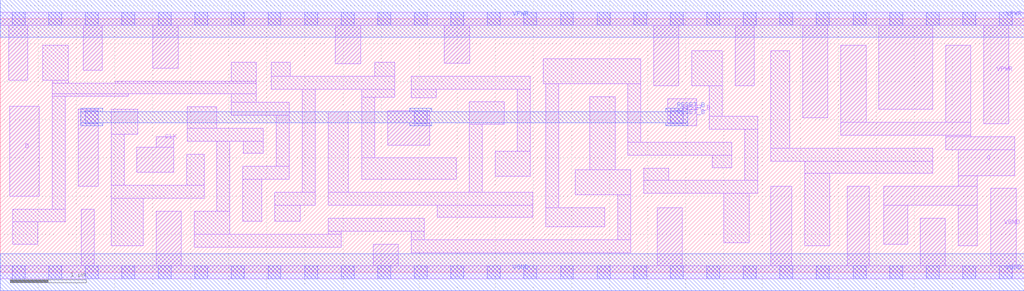
<source format=lef>
# Copyright 2020 The SkyWater PDK Authors
#
# Licensed under the Apache License, Version 2.0 (the "License");
# you may not use this file except in compliance with the License.
# You may obtain a copy of the License at
#
#     https://www.apache.org/licenses/LICENSE-2.0
#
# Unless required by applicable law or agreed to in writing, software
# distributed under the License is distributed on an "AS IS" BASIS,
# WITHOUT WARRANTIES OR CONDITIONS OF ANY KIND, either express or implied.
# See the License for the specific language governing permissions and
# limitations under the License.
#
# SPDX-License-Identifier: Apache-2.0

VERSION 5.7 ;
  NAMESCASESENSITIVE ON ;
  NOWIREEXTENSIONATPIN ON ;
  DIVIDERCHAR "/" ;
  BUSBITCHARS "[]" ;
UNITS
  DATABASE MICRONS 200 ;
END UNITS
MACRO sky130_fd_sc_hs__dfrtp_4
  CLASS CORE ;
  SOURCE USER ;
  FOREIGN sky130_fd_sc_hs__dfrtp_4 ;
  ORIGIN  0.000000  0.000000 ;
  SIZE  13.44000 BY  3.330000 ;
  SYMMETRY X Y R90 ;
  SITE unit ;
  PIN D
    ANTENNAGATEAREA  0.126000 ;
    DIRECTION INPUT ;
    USE SIGNAL ;
    PORT
      LAYER li1 ;
        RECT 0.125000 1.000000 0.515000 2.180000 ;
    END
  END D
  PIN Q
    ANTENNADIFFAREA  1.207100 ;
    DIRECTION OUTPUT ;
    USE SIGNAL ;
    PORT
      LAYER li1 ;
        RECT 11.035000 1.800000 12.740000 1.970000 ;
        RECT 11.035000 1.970000 11.365000 2.980000 ;
        RECT 11.595000 0.365000 11.910000 0.880000 ;
        RECT 11.595000 0.880000 12.825000 1.130000 ;
        RECT 12.410000 1.610000 13.315000 1.780000 ;
        RECT 12.410000 1.780000 12.740000 1.800000 ;
        RECT 12.410000 1.970000 12.740000 2.980000 ;
        RECT 12.575000 0.350000 12.825000 0.880000 ;
        RECT 12.575000 1.130000 12.825000 1.270000 ;
        RECT 12.575000 1.270000 13.315000 1.610000 ;
    END
  END Q
  PIN RESET_B
    ANTENNAGATEAREA  0.378000 ;
    DIRECTION INPUT ;
    USE SIGNAL ;
    PORT
      LAYER li1 ;
        RECT 1.025000 1.130000 1.285000 2.140000 ;
        RECT 5.085000 1.670000 5.635000 2.120000 ;
        RECT 8.765000 1.920000 9.140000 2.275000 ;
      LAYER mcon ;
        RECT 1.115000 1.950000 1.285000 2.120000 ;
        RECT 5.435000 1.950000 5.605000 2.120000 ;
        RECT 8.795000 1.950000 8.965000 2.120000 ;
      LAYER met1 ;
        RECT 1.055000 1.920000 1.345000 1.965000 ;
        RECT 1.055000 1.965000 9.025000 2.105000 ;
        RECT 1.055000 2.105000 1.345000 2.150000 ;
        RECT 5.375000 1.920000 5.665000 1.965000 ;
        RECT 5.375000 2.105000 5.665000 2.150000 ;
        RECT 8.735000 1.920000 9.025000 1.965000 ;
        RECT 8.735000 2.105000 9.025000 2.150000 ;
    END
  END RESET_B
  PIN CLK
    ANTENNAGATEAREA  0.279000 ;
    DIRECTION INPUT ;
    USE CLOCK ;
    PORT
      LAYER li1 ;
        RECT 1.795000 1.310000 2.275000 1.640000 ;
        RECT 2.045000 1.640000 2.275000 1.780000 ;
    END
  END CLK
  PIN VGND
    DIRECTION INOUT ;
    USE GROUND ;
    PORT
      LAYER li1 ;
        RECT  0.000000 -0.085000 13.440000 0.085000 ;
        RECT  1.065000  0.085000  1.235000 0.830000 ;
        RECT  2.045000  0.085000  2.375000 0.800000 ;
        RECT  4.895000  0.085000  5.225000 0.370000 ;
        RECT  8.625000  0.085000  8.955000 0.845000 ;
        RECT 10.115000  0.085000 10.390000 1.130000 ;
        RECT 11.120000  0.085000 11.410000 1.130000 ;
        RECT 12.080000  0.085000 12.405000 0.710000 ;
        RECT 13.005000  0.085000 13.335000 1.100000 ;
      LAYER mcon ;
        RECT  0.155000 -0.085000  0.325000 0.085000 ;
        RECT  0.635000 -0.085000  0.805000 0.085000 ;
        RECT  1.115000 -0.085000  1.285000 0.085000 ;
        RECT  1.595000 -0.085000  1.765000 0.085000 ;
        RECT  2.075000 -0.085000  2.245000 0.085000 ;
        RECT  2.555000 -0.085000  2.725000 0.085000 ;
        RECT  3.035000 -0.085000  3.205000 0.085000 ;
        RECT  3.515000 -0.085000  3.685000 0.085000 ;
        RECT  3.995000 -0.085000  4.165000 0.085000 ;
        RECT  4.475000 -0.085000  4.645000 0.085000 ;
        RECT  4.955000 -0.085000  5.125000 0.085000 ;
        RECT  5.435000 -0.085000  5.605000 0.085000 ;
        RECT  5.915000 -0.085000  6.085000 0.085000 ;
        RECT  6.395000 -0.085000  6.565000 0.085000 ;
        RECT  6.875000 -0.085000  7.045000 0.085000 ;
        RECT  7.355000 -0.085000  7.525000 0.085000 ;
        RECT  7.835000 -0.085000  8.005000 0.085000 ;
        RECT  8.315000 -0.085000  8.485000 0.085000 ;
        RECT  8.795000 -0.085000  8.965000 0.085000 ;
        RECT  9.275000 -0.085000  9.445000 0.085000 ;
        RECT  9.755000 -0.085000  9.925000 0.085000 ;
        RECT 10.235000 -0.085000 10.405000 0.085000 ;
        RECT 10.715000 -0.085000 10.885000 0.085000 ;
        RECT 11.195000 -0.085000 11.365000 0.085000 ;
        RECT 11.675000 -0.085000 11.845000 0.085000 ;
        RECT 12.155000 -0.085000 12.325000 0.085000 ;
        RECT 12.635000 -0.085000 12.805000 0.085000 ;
        RECT 13.115000 -0.085000 13.285000 0.085000 ;
      LAYER met1 ;
        RECT 0.000000 -0.245000 13.440000 0.245000 ;
    END
  END VGND
  PIN VPWR
    DIRECTION INOUT ;
    USE POWER ;
    PORT
      LAYER li1 ;
        RECT  0.000000 3.245000 13.440000 3.415000 ;
        RECT  0.110000 2.520000  0.360000 3.245000 ;
        RECT  1.090000 2.650000  1.340000 3.245000 ;
        RECT  2.005000 2.680000  2.335000 3.245000 ;
        RECT  4.400000 2.740000  4.730000 3.245000 ;
        RECT  5.830000 2.745000  6.165000 3.245000 ;
        RECT  8.580000 2.445000  8.910000 3.245000 ;
        RECT  9.650000 2.445000  9.900000 3.245000 ;
        RECT 10.535000 2.025000 10.865000 3.245000 ;
        RECT 11.535000 2.140000 12.240000 3.245000 ;
        RECT 12.910000 1.950000 13.240000 3.245000 ;
      LAYER mcon ;
        RECT  0.155000 3.245000  0.325000 3.415000 ;
        RECT  0.635000 3.245000  0.805000 3.415000 ;
        RECT  1.115000 3.245000  1.285000 3.415000 ;
        RECT  1.595000 3.245000  1.765000 3.415000 ;
        RECT  2.075000 3.245000  2.245000 3.415000 ;
        RECT  2.555000 3.245000  2.725000 3.415000 ;
        RECT  3.035000 3.245000  3.205000 3.415000 ;
        RECT  3.515000 3.245000  3.685000 3.415000 ;
        RECT  3.995000 3.245000  4.165000 3.415000 ;
        RECT  4.475000 3.245000  4.645000 3.415000 ;
        RECT  4.955000 3.245000  5.125000 3.415000 ;
        RECT  5.435000 3.245000  5.605000 3.415000 ;
        RECT  5.915000 3.245000  6.085000 3.415000 ;
        RECT  6.395000 3.245000  6.565000 3.415000 ;
        RECT  6.875000 3.245000  7.045000 3.415000 ;
        RECT  7.355000 3.245000  7.525000 3.415000 ;
        RECT  7.835000 3.245000  8.005000 3.415000 ;
        RECT  8.315000 3.245000  8.485000 3.415000 ;
        RECT  8.795000 3.245000  8.965000 3.415000 ;
        RECT  9.275000 3.245000  9.445000 3.415000 ;
        RECT  9.755000 3.245000  9.925000 3.415000 ;
        RECT 10.235000 3.245000 10.405000 3.415000 ;
        RECT 10.715000 3.245000 10.885000 3.415000 ;
        RECT 11.195000 3.245000 11.365000 3.415000 ;
        RECT 11.675000 3.245000 11.845000 3.415000 ;
        RECT 12.155000 3.245000 12.325000 3.415000 ;
        RECT 12.635000 3.245000 12.805000 3.415000 ;
        RECT 13.115000 3.245000 13.285000 3.415000 ;
      LAYER met1 ;
        RECT 0.000000 3.085000 13.440000 3.575000 ;
    END
  END VPWR
  OBS
    LAYER li1 ;
      RECT  0.165000 0.370000  0.495000 0.660000 ;
      RECT  0.165000 0.660000  0.855000 0.830000 ;
      RECT  0.560000 2.520000  0.890000 2.980000 ;
      RECT  0.685000 0.830000  0.855000 2.310000 ;
      RECT  0.685000 2.310000  1.680000 2.340000 ;
      RECT  0.685000 2.340000  3.360000 2.480000 ;
      RECT  0.685000 2.480000  0.890000 2.520000 ;
      RECT  1.455000 0.350000  1.875000 0.970000 ;
      RECT  1.455000 0.970000  2.675000 1.140000 ;
      RECT  1.455000 1.140000  1.625000 1.810000 ;
      RECT  1.455000 1.810000  1.805000 2.140000 ;
      RECT  1.510000 2.480000  3.360000 2.510000 ;
      RECT  2.445000 1.140000  2.675000 1.550000 ;
      RECT  2.455000 1.720000  3.455000 1.890000 ;
      RECT  2.455000 1.890000  2.845000 2.170000 ;
      RECT  2.545000 0.330000  4.475000 0.500000 ;
      RECT  2.545000 0.500000  3.015000 0.800000 ;
      RECT  2.845000 0.800000  3.015000 1.720000 ;
      RECT  3.030000 2.060000  3.795000 2.230000 ;
      RECT  3.030000 2.230000  3.360000 2.340000 ;
      RECT  3.030000 2.510000  3.360000 2.755000 ;
      RECT  3.185000 0.670000  3.435000 1.220000 ;
      RECT  3.185000 1.220000  3.795000 1.390000 ;
      RECT  3.190000 1.560000  3.455000 1.720000 ;
      RECT  3.560000 2.400000  5.180000 2.570000 ;
      RECT  3.560000 2.570000  3.810000 2.755000 ;
      RECT  3.605000 0.670000  3.935000 0.880000 ;
      RECT  3.605000 0.880000  4.135000 1.050000 ;
      RECT  3.625000 1.390000  3.795000 2.060000 ;
      RECT  3.965000 1.050000  4.135000 2.400000 ;
      RECT  4.305000 0.500000  4.475000 0.540000 ;
      RECT  4.305000 0.540000  5.565000 0.710000 ;
      RECT  4.305000 0.880000  6.990000 1.050000 ;
      RECT  4.305000 1.050000  4.570000 2.105000 ;
      RECT  4.745000 1.220000  5.985000 1.500000 ;
      RECT  4.745000 1.500000  4.915000 2.295000 ;
      RECT  4.745000 2.295000  5.180000 2.400000 ;
      RECT  4.915000 2.570000  5.180000 2.755000 ;
      RECT  5.395000 0.255000  8.275000 0.425000 ;
      RECT  5.395000 0.425000  5.565000 0.540000 ;
      RECT  5.395000 2.290000  5.725000 2.405000 ;
      RECT  5.395000 2.405000  6.955000 2.575000 ;
      RECT  5.735000 0.720000  6.990000 0.880000 ;
      RECT  6.155000 1.050000  6.325000 1.940000 ;
      RECT  6.155000 1.940000  6.615000 2.235000 ;
      RECT  6.495000 1.260000  6.955000 1.590000 ;
      RECT  6.785000 1.590000  6.955000 2.405000 ;
      RECT  7.125000 2.475000  8.410000 2.805000 ;
      RECT  7.160000 0.595000  7.935000 0.845000 ;
      RECT  7.160000 0.845000  7.330000 2.475000 ;
      RECT  7.545000 1.015000  8.275000 1.345000 ;
      RECT  7.740000 1.345000  8.070000 2.305000 ;
      RECT  8.105000 0.425000  8.275000 1.015000 ;
      RECT  8.240000 1.535000  9.605000 1.705000 ;
      RECT  8.240000 1.705000  8.410000 2.475000 ;
      RECT  8.445000 1.035000  9.945000 1.205000 ;
      RECT  8.445000 1.205000  8.775000 1.365000 ;
      RECT  9.080000 2.445000  9.480000 2.905000 ;
      RECT  9.310000 1.875000  9.945000 2.045000 ;
      RECT  9.310000 2.045000  9.480000 2.445000 ;
      RECT  9.345000 1.375000  9.605000 1.535000 ;
      RECT  9.500000 0.385000  9.830000 1.035000 ;
      RECT  9.775000 1.205000  9.945000 1.875000 ;
      RECT 10.115000 1.460000 12.240000 1.630000 ;
      RECT 10.115000 1.630000 10.365000 2.905000 ;
      RECT 10.560000 0.350000 10.890000 1.300000 ;
      RECT 10.560000 1.300000 12.240000 1.460000 ;
  END
END sky130_fd_sc_hs__dfrtp_4

</source>
